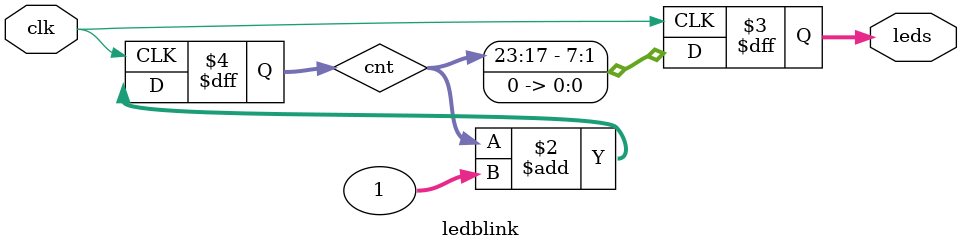
<source format=v>
module ledblink
  (input clk,
//   input      rst,
   output reg [7:0] leds);
   integer cnt;
   
   always @(posedge clk) begin
      cnt <= cnt + 1;
      leds <= cnt[23:16];
      leds[0] <= 1'b0;
      
/*      if (rst)
	led <= 1'b1;*/
   end
endmodule
   

</source>
